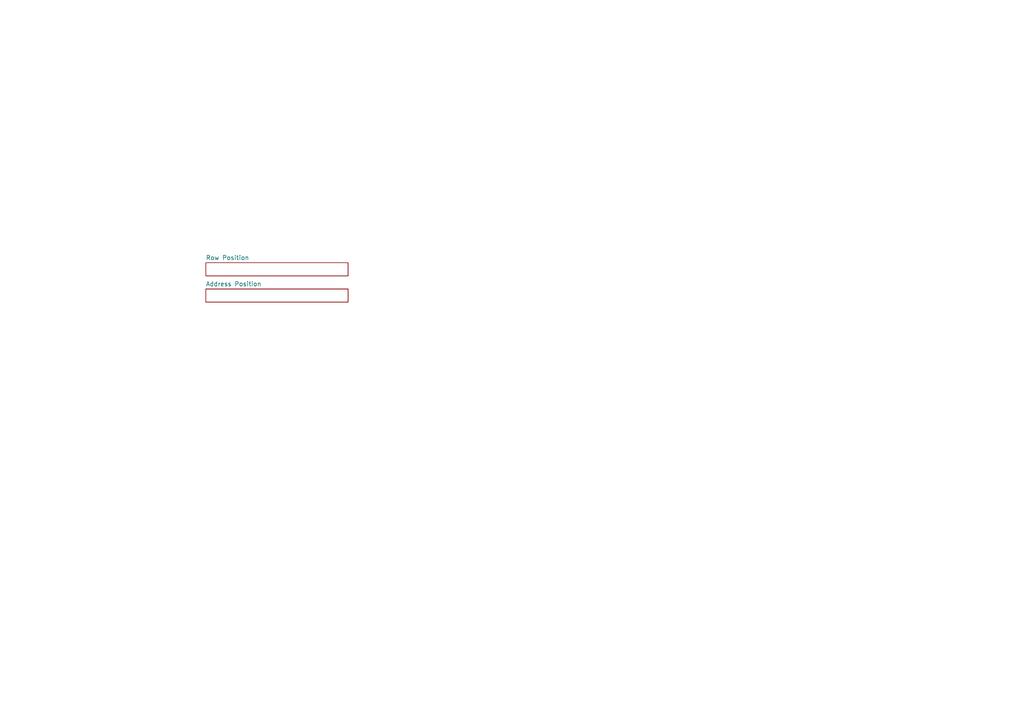
<source format=kicad_sch>
(kicad_sch (version 20230121) (generator eeschema)
  (paper "A4")
  (lib_symbols)
  (sheet (at 59.69 83.82) (size 41.275 3.81) (stroke (width 0.1524))
    (property "Sheetname" "Address Position" (at 59.69 83.1084 0) (effects (justify left bottom)))
    (property "Sheetfile" "Address Position.kicad_sch" (effects hide))
  )
  (sheet (at 59.69 76.2) (size 41.275 3.81) (stroke (width 0.1524))
    (property "Sheetname" "Row Position" (at 59.69 75.4884 0) (effects (justify left bottom)))
    (property "Sheetfile" "Row Counter.kicad_sch" (effects hide))
  )
)
</source>
